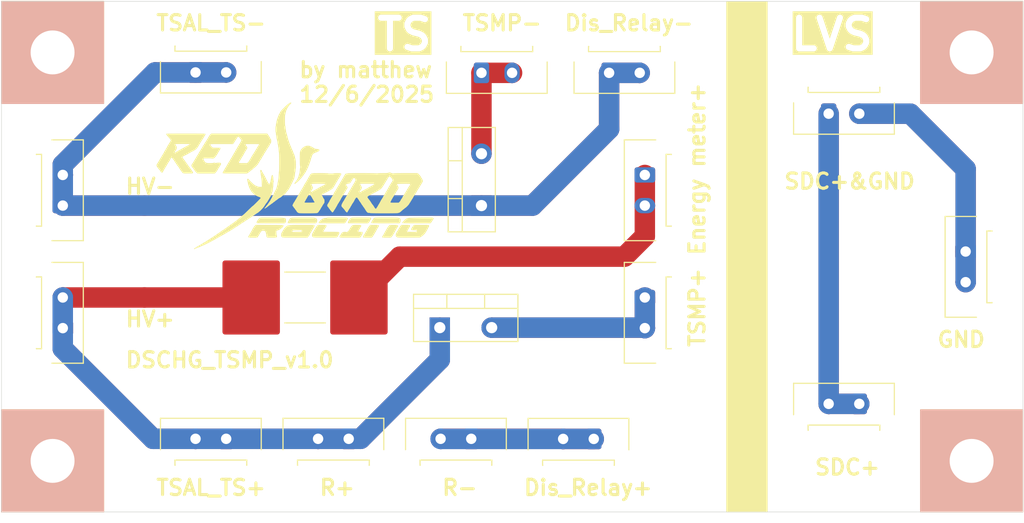
<source format=kicad_pcb>
(kicad_pcb (version 20241229) (generator "pcbnew") (generator_version "9.0")
  (layers (0 "F.Cu" signal) (2 "B.Cu" signal) (13 "F.Paste" user) (15 "B.Paste" user) (5 "F.SilkS" user "F.Silkscreen") (7 "B.SilkS" user "B.Silkscreen") (1 "F.Mask" user) (3 "B.Mask" user) (25 "Edge.Cuts" user))
  (net 0 "")
  (net 1 "Net-(J10-Pin_1)")
  (net 2 "Net-(J4-Pin_1)")
  (net 3 "Net-(J1-Pin_1)")
  (net 4 "Net-(J13-Pin_1)")
  (net 5 "Net-(J11-Pin_1)")
  (net 6 "Net-(J3-Pin_1)")
  (net 7 "Net-(J8-Pin_1)")
  (net 8 "Net-(J12-Pin_1)")
  (footprint "Package_TO_SOT_THT:TO-220-2_Vertical" (layer "F.Cu") (at 197 90 90)
    (property "Reference" "R1" (hide yes))
    (property "Value" "R")
    (pad "1" thru_hole rect (at 0 0 90) (size 2 2) (drill 1.1) (layers "*.Cu" "*.Mask") (net 4 "Net-(J13-Pin_1)"))
    (pad "2" thru_hole circle (at 5.08 0 90) (size 2 2) (drill 1.1) (layers "*.Cu" "*.Mask") (net 3 "Net-(J1-Pin_1)"))
  )
  (footprint "Fuse:Fuse_Littelfuse-NANO2-885" (layer "F.Cu") (at 179.725 99)
    (property "Reference" "F1" (hide yes))
    (property "Value" "Fuse")
    (pad "1" smd roundrect (at -5.275 0) (size 5.625 7.255) (layers "F.Cu" "F.Mask" "F.Paste") (roundrect_rratio 0.04464285714) (net 1 "Net-(J10-Pin_1)"))
    (pad "2" smd roundrect (at 5.275 0) (size 5.625 7.255) (layers "F.Cu" "F.Mask" "F.Paste") (roundrect_rratio 0.04464285714) (net 2 "Net-(J4-Pin_1)"))
  )
  (footprint "Connector_Molex:Molex_Micro-Fit_3.0_43650-0215_1x02_P3.00mm_Vertical" (layer "F.Cu") (at 172 112.84 180)
    (property "Reference" "J14" (hide yes))
    (property "Value" "TSAL_TS+")
    (pad "" np_thru_hole circle (at -3 -1.96 180) (size 1.27 1.27) (drill 1.27) (layers "*.Cu" "*.Mask"))
    (pad "" np_thru_hole circle (at 6 -1.96 180) (size 1.27 1.27) (drill 1.27) (layers "*.Cu" "*.Mask"))
    (pad "1" thru_hole roundrect (at 0 0 180) (size 1.5 2.02) (drill 1.02) (layers "*.Cu" "*.Mask") (roundrect_rratio 0.166667) (net 1 "Net-(J10-Pin_1)"))
    (pad "2" thru_hole oval (at 3 0 180) (size 1.5 2.02) (drill 1.02) (layers "*.Cu" "*.Mask") (net 1 "Net-(J10-Pin_1)"))
  )
  (footprint "Connector_Molex:Molex_Micro-Fit_3.0_43650-0215_1x02_P3.00mm_Vertical" (layer "F.Cu") (at 244.415 94.5 -90)
    (property "Reference" "J12" (hide yes))
    (property "Value" "Relay_GND")
    (pad "" np_thru_hole circle (at -3 -1.96 270) (size 1.27 1.27) (drill 1.27) (layers "*.Cu" "*.Mask"))
    (pad "" np_thru_hole circle (at 6 -1.96 270) (size 1.27 1.27) (drill 1.27) (layers "*.Cu" "*.Mask"))
    (pad "1" thru_hole roundrect (at 0 0 270) (size 1.5 2.02) (drill 1.02) (layers "*.Cu" "*.Mask") (roundrect_rratio 0.166667) (net 8 "Net-(J12-Pin_1)"))
    (pad "2" thru_hole oval (at 3 0 270) (size 1.5 2.02) (drill 1.02) (layers "*.Cu" "*.Mask") (net 8 "Net-(J12-Pin_1)"))
  )
  (footprint "Connector_Molex:Molex_Micro-Fit_3.0_43650-0215_1x02_P3.00mm_Vertical" (layer "F.Cu") (at 213 87 -90)
    (property "Reference" "J4" (hide yes))
    (property "Value" "energy meter+")
    (pad "" np_thru_hole circle (at -3 -1.96 270) (size 1.27 1.27) (drill 1.27) (layers "*.Cu" "*.Mask"))
    (pad "" np_thru_hole circle (at 6 -1.96 270) (size 1.27 1.27) (drill 1.27) (layers "*.Cu" "*.Mask"))
    (pad "1" thru_hole roundrect (at 0 0 270) (size 1.5 2.02) (drill 1.02) (layers "*.Cu" "*.Mask") (roundrect_rratio 0.166667) (net 2 "Net-(J4-Pin_1)"))
    (pad "2" thru_hole oval (at 3 0 270) (size 1.5 2.02) (drill 1.02) (layers "*.Cu" "*.Mask") (net 2 "Net-(J4-Pin_1)"))
  )
  (footprint "MountingHole:MountingHole_4.3mm_M4" (layer "F.Cu") (at 155 115)
    (property "Reference" "H1" (hide yes))
    (property "Value" "MountingHole")
    (pad "" np_thru_hole circle (at 0 0) (size 4.3 4.3) (drill 4.3) (layers "*.Cu" "*.Mask"))
  )
  (footprint "Connector_Molex:Molex_Micro-Fit_3.0_43650-0215_1x02_P3.00mm_Vertical" (layer "F.Cu") (at 213 99 -90)
    (property "Reference" "J3" (hide yes))
    (property "Value" "TSMP+")
    (pad "" np_thru_hole circle (at -3 -1.96 270) (size 1.27 1.27) (drill 1.27) (layers "*.Cu" "*.Mask"))
    (pad "" np_thru_hole circle (at 6 -1.96 270) (size 1.27 1.27) (drill 1.27) (layers "*.Cu" "*.Mask"))
    (pad "1" thru_hole roundrect (at 0 0 270) (size 1.5 2.02) (drill 1.02) (layers "*.Cu" "*.Mask") (roundrect_rratio 0.166667) (net 6 "Net-(J3-Pin_1)"))
    (pad "2" thru_hole oval (at 3 0 270) (size 1.5 2.02) (drill 1.02) (layers "*.Cu" "*.Mask") (net 6 "Net-(J3-Pin_1)"))
  )
  (footprint "Connector_Molex:Molex_Micro-Fit_3.0_43650-0215_1x02_P3.00mm_Vertical" (layer "F.Cu") (at 234 109.415 180)
    (property "Reference" "J8" (hide yes))
    (property "Value" "SDC+")
    (pad "" np_thru_hole circle (at -3 -1.96 180) (size 1.27 1.27) (drill 1.27) (layers "*.Cu" "*.Mask"))
    (pad "" np_thru_hole circle (at 6 -1.96 180) (size 1.27 1.27) (drill 1.27) (layers "*.Cu" "*.Mask"))
    (pad "1" thru_hole roundrect (at 0 0 180) (size 1.5 2.02) (drill 1.02) (layers "*.Cu" "*.Mask") (roundrect_rratio 0.166667) (net 7 "Net-(J8-Pin_1)"))
    (pad "2" thru_hole oval (at 3 0 180) (size 1.5 2.02) (drill 1.02) (layers "*.Cu" "*.Mask") (net 7 "Net-(J8-Pin_1)"))
  )
  (footprint "Material:29x15" (layer "F.Cu") (at 179 87)
    (property "Reference" "G***" (hide yes))
    (property "Value" "LOGO" (hide yes))
  )
  (footprint "Connector_Molex:Molex_Micro-Fit_3.0_43650-0215_1x02_P3.00mm_Vertical" (layer "F.Cu") (at 156 102 90)
    (property "Reference" "J7" (hide yes))
    (property "Value" "HV+")
    (pad "" np_thru_hole circle (at -3 -1.96 90) (size 1.27 1.27) (drill 1.27) (layers "*.Cu" "*.Mask"))
    (pad "" np_thru_hole circle (at 6 -1.96 90) (size 1.27 1.27) (drill 1.27) (layers "*.Cu" "*.Mask"))
    (pad "1" thru_hole roundrect (at 0 0 90) (size 1.5 2.02) (drill 1.02) (layers "*.Cu" "*.Mask") (roundrect_rratio 0.166667) (net 1 "Net-(J10-Pin_1)"))
    (pad "2" thru_hole oval (at 3 0 90) (size 1.5 2.02) (drill 1.02) (layers "*.Cu" "*.Mask") (net 1 "Net-(J10-Pin_1)"))
  )
  (footprint "Connector_Molex:Molex_Micro-Fit_3.0_43650-0215_1x02_P3.00mm_Vertical" (layer "F.Cu") (at 156 90 90)
    (property "Reference" "J6" (hide yes))
    (property "Value" "HV-")
    (pad "" np_thru_hole circle (at -3 -1.96 90) (size 1.27 1.27) (drill 1.27) (layers "*.Cu" "*.Mask"))
    (pad "" np_thru_hole circle (at 6 -1.96 90) (size 1.27 1.27) (drill 1.27) (layers "*.Cu" "*.Mask"))
    (pad "1" thru_hole roundrect (at 0 0 90) (size 1.5 2.02) (drill 1.02) (layers "*.Cu" "*.Mask") (roundrect_rratio 0.166667) (net 4 "Net-(J13-Pin_1)"))
    (pad "2" thru_hole oval (at 3 0 90) (size 1.5 2.02) (drill 1.02) (layers "*.Cu" "*.Mask") (net 4 "Net-(J13-Pin_1)"))
  )
  (footprint "Connector_Molex:Molex_Micro-Fit_3.0_43650-0215_1x02_P3.00mm_Vertical" (layer "F.Cu") (at 197 77)
    (property "Reference" "J1" (hide yes))
    (property "Value" "TSMP-")
    (pad "" np_thru_hole circle (at -3 -1.96) (size 1.27 1.27) (drill 1.27) (layers "*.Cu" "*.Mask"))
    (pad "" np_thru_hole circle (at 6 -1.96) (size 1.27 1.27) (drill 1.27) (layers "*.Cu" "*.Mask"))
    (pad "1" thru_hole roundrect (at 0 0) (size 1.5 2.02) (drill 1.02) (layers "*.Cu" "*.Mask") (roundrect_rratio 0.166667) (net 3 "Net-(J1-Pin_1)"))
    (pad "2" thru_hole oval (at 3 0) (size 1.5 2.02) (drill 1.02) (layers "*.Cu" "*.Mask") (net 3 "Net-(J1-Pin_1)"))
  )
  (footprint "Connector_Molex:Molex_Micro-Fit_3.0_43650-0215_1x02_P3.00mm_Vertical" (layer "F.Cu") (at 169 76.96)
    (property "Reference" "J13" (hide yes))
    (property "Value" "TSAL_TS-")
    (pad "" np_thru_hole circle (at -3 -1.96) (size 1.27 1.27) (drill 1.27) (layers "*.Cu" "*.Mask"))
    (pad "" np_thru_hole circle (at 6 -1.96) (size 1.27 1.27) (drill 1.27) (layers "*.Cu" "*.Mask"))
    (pad "1" thru_hole roundrect (at 0 0) (size 1.5 2.02) (drill 1.02) (layers "*.Cu" "*.Mask") (roundrect_rratio 0.166667) (net 4 "Net-(J13-Pin_1)"))
    (pad "2" thru_hole oval (at 3 0) (size 1.5 2.02) (drill 1.02) (layers "*.Cu" "*.Mask") (net 4 "Net-(J13-Pin_1)"))
  )
  (footprint "MountingHole:MountingHole_4.3mm_M4" (layer "F.Cu") (at 245 75)
    (property "Reference" "H3" (hide yes))
    (property "Value" "MountingHole")
    (pad "" np_thru_hole circle (at 0 0) (size 4.3 4.3) (drill 4.3) (layers "*.Cu" "*.Mask"))
  )
  (footprint "Connector_Molex:Molex_Micro-Fit_3.0_43650-0215_1x02_P3.00mm_Vertical" (layer "F.Cu") (at 196 112.84 180)
    (property "Reference" "J11" (hide yes))
    (property "Value" "R-")
    (pad "" np_thru_hole circle (at -3 -1.96 180) (size 1.27 1.27) (drill 1.27) (layers "*.Cu" "*.Mask"))
    (pad "" np_thru_hole circle (at 6 -1.96 180) (size 1.27 1.27) (drill 1.27) (layers "*.Cu" "*.Mask"))
    (pad "1" thru_hole roundrect (at 0 0 180) (size 1.5 2.02) (drill 1.02) (layers "*.Cu" "*.Mask") (roundrect_rratio 0.166667) (net 5 "Net-(J11-Pin_1)"))
    (pad "2" thru_hole oval (at 3 0 180) (size 1.5 2.02) (drill 1.02) (layers "*.Cu" "*.Mask") (net 5 "Net-(J11-Pin_1)"))
  )
  (footprint "Connector_Molex:Molex_Micro-Fit_3.0_43650-0215_1x02_P3.00mm_Vertical" (layer "F.Cu") (at 184 112.84 180)
    (property "Reference" "J10" (hide yes))
    (property "Value" "R+")
    (pad "" np_thru_hole circle (at -3 -1.96 180) (size 1.27 1.27) (drill 1.27) (layers "*.Cu" "*.Mask"))
    (pad "" np_thru_hole circle (at 6 -1.96 180) (size 1.27 1.27) (drill 1.27) (layers "*.Cu" "*.Mask"))
    (pad "1" thru_hole roundrect (at 0 0 180) (size 1.5 2.02) (drill 1.02) (layers "*.Cu" "*.Mask") (roundrect_rratio 0.166667) (net 1 "Net-(J10-Pin_1)"))
    (pad "2" thru_hole oval (at 3 0 180) (size 1.5 2.02) (drill 1.02) (layers "*.Cu" "*.Mask") (net 1 "Net-(J10-Pin_1)"))
  )
  (footprint "Connector_Molex:Molex_Micro-Fit_3.0_43650-0215_1x02_P3.00mm_Vertical" (layer "F.Cu") (at 209.5 77)
    (property "Reference" "J2" (hide yes))
    (property "Value" "Dis_Relay-")
    (pad "" np_thru_hole circle (at -3 -1.96) (size 1.27 1.27) (drill 1.27) (layers "*.Cu" "*.Mask"))
    (pad "" np_thru_hole circle (at 6 -1.96) (size 1.27 1.27) (drill 1.27) (layers "*.Cu" "*.Mask"))
    (pad "1" thru_hole roundrect (at 0 0) (size 1.5 2.02) (drill 1.02) (layers "*.Cu" "*.Mask") (roundrect_rratio 0.166667) (net 4 "Net-(J13-Pin_1)"))
    (pad "2" thru_hole oval (at 3 0) (size 1.5 2.02) (drill 1.02) (layers "*.Cu" "*.Mask") (net 4 "Net-(J13-Pin_1)"))
  )
  (footprint "MountingHole:MountingHole_4.3mm_M4" (layer "F.Cu") (at 245 115)
    (property "Reference" "H4" (hide yes))
    (property "Value" "MountingHole")
    (pad "" np_thru_hole circle (at 0 0) (size 4.3 4.3) (drill 4.3) (layers "*.Cu" "*.Mask"))
  )
  (footprint "Connector_Molex:Molex_Micro-Fit_3.0_43650-0215_1x02_P3.00mm_Vertical" (layer "F.Cu") (at 231 81)
    (property "Reference" "J9" (hide yes))
    (property "Value" "SDC+&Relay_GND")
    (pad "" np_thru_hole circle (at -3 -1.96) (size 1.27 1.27) (drill 1.27) (layers "*.Cu" "*.Mask"))
    (pad "" np_thru_hole circle (at 6 -1.96) (size 1.27 1.27) (drill 1.27) (layers "*.Cu" "*.Mask"))
    (pad "1" thru_hole roundrect (at 0 0) (size 1.5 2.02) (drill 1.02) (layers "*.Cu" "*.Mask") (roundrect_rratio 0.166667) (net 7 "Net-(J8-Pin_1)"))
    (pad "2" thru_hole oval (at 3 0) (size 1.5 2.02) (drill 1.02) (layers "*.Cu" "*.Mask") (net 8 "Net-(J12-Pin_1)"))
  )
  (footprint "MountingHole:MountingHole_4.3mm_M4" (layer "F.Cu") (at 155 75)
    (property "Reference" "H2" (hide yes))
    (property "Value" "MountingHole")
    (pad "" np_thru_hole circle (at 0 0) (size 4.3 4.3) (drill 4.3) (layers "*.Cu" "*.Mask"))
  )
  (footprint "Connector_Molex:Molex_Micro-Fit_3.0_43650-0215_1x02_P3.00mm_Vertical" (layer "F.Cu") (at 208 112.85 180)
    (property "Reference" "J5" (hide yes))
    (property "Value" "Dis_Relay+")
    (pad "" np_thru_hole circle (at -3 -1.96 180) (size 1.27 1.27) (drill 1.27) (layers "*.Cu" "*.Mask"))
    (pad "" np_thru_hole circle (at 6 -1.96 180) (size 1.27 1.27) (drill 1.27) (layers "*.Cu" "*.Mask"))
    (pad "1" thru_hole roundrect (at 0 0 180) (size 1.5 2.02) (drill 1.02) (layers "*.Cu" "*.Mask") (roundrect_rratio 0.166667) (net 5 "Net-(J11-Pin_1)"))
    (pad "2" thru_hole oval (at 3 0 180) (size 1.5 2.02) (drill 1.02) (layers "*.Cu" "*.Mask") (net 5 "Net-(J11-Pin_1)"))
  )
  (footprint "Package_TO_SOT_THT:TO-220-2_Vertical" (layer "F.Cu") (at 192.92 101.95)
    (property "Reference" "R2" (hide yes))
    (property "Value" "R")
    (pad "1" thru_hole rect (at 0 0) (size 2 2) (drill 1.1) (layers "*.Cu" "*.Mask") (net 1 "Net-(J10-Pin_1)"))
    (pad "2" thru_hole circle (at 5.08 0) (size 2 2) (drill 1.1) (layers "*.Cu" "*.Mask") (net 6 "Net-(J3-Pin_1)"))
  )
  (gr_rect (start 150 70) (end 160 80) (stroke (width 0.1)) (fill yes) (layer "F.SilkS"))
  (gr_rect (start 150 110) (end 160 120) (stroke (width 0.1)) (fill yes) (layer "F.SilkS"))
  (gr_rect (start 240 70) (end 250 80) (stroke (width 0.1)) (fill yes) (layer "F.SilkS"))
  (gr_rect (start 221 70) (end 225 120) (stroke (width 0.05)) (fill yes) (layer "F.SilkS"))
  (gr_rect (start 240 110) (end 250 120) (stroke (width 0.1)) (fill yes) (layer "F.SilkS"))
  (gr_rect (start 240 110) (end 250 120) (stroke (width 0.1)) (fill yes) (layer "B.SilkS"))
  (gr_rect (start 150 70) (end 160 80) (stroke (width 0.1)) (fill yes) (layer "B.SilkS"))
  (gr_rect (start 240 70) (end 250 80) (stroke (width 0.1)) (fill yes) (layer "B.SilkS"))
  (gr_rect (start 150 110) (end 160 120) (stroke (width 0.1)) (fill yes) (layer "B.SilkS"))
  (gr_rect (start 150 70) (end 250.0254 120) (stroke (width 0.05)) (fill no) (layer "Edge.Cuts"))
  (gr_text "R-" (at 193 118.5 0) (layer "F.SilkS") (effects (font (size 1.5 1.5) (thickness 0.3) (bold yes)) (justify left bottom)))
  (gr_text "Dis_Relay-" (at 205 73 0) (layer "F.SilkS") (effects (font (size 1.5 1.5) (thickness 0.3) (bold yes)) (justify left bottom)))
  (gr_text "TSAL_TS-" (at 165 73 0) (layer "F.SilkS") (effects (font (size 1.5 1.5) (thickness 0.3) (bold yes)) (justify left bottom)))
  (gr_text "HV+" (at 162 102 0) (layer "F.SilkS") (effects (font (size 1.5 1.5) (thickness 0.3) (bold yes)) (justify left bottom)))
  (gr_text "SDC+&GND" (at 226.5 88.5 0) (layer "F.SilkS") (effects (font (size 1.5 1.5) (thickness 0.3) (bold yes)) (justify left bottom)))
  (gr_text "R+" (at 181 118.5 0) (layer "F.SilkS") (effects (font (size 1.5 1.5) (thickness 0.3) (bold yes)) (justify left bottom)))
  (gr_text "HV-" (at 162 89 0) (layer "F.SilkS") (effects (font (size 1.5 1.5) (thickness 0.3) (bold yes)) (justify left bottom)))
  (gr_text "GND" (at 241.5 104 0) (layer "F.SilkS") (effects (font (size 1.5 1.5) (thickness 0.3) (bold yes)) (justify left bottom)))
  (gr_text "Energy meter+" (at 219 95 90) (layer "F.SilkS") (effects (font (size 1.5 1.5) (thickness 0.3) (bold yes)) (justify left bottom)))
  (gr_text "DSCHG_TSMP_v1.0" (at 162 106 0) (layer "F.SilkS") (effects (font (size 1.5 1.5) (thickness 0.3) (bold yes)) (justify left bottom)))
  (gr_text "LVS" (at 227 75 0) (layer "F.SilkS" knockout) (effects (font (size 3 3) (thickness 0.6) (bold yes)) (justify left bottom)))
  (gr_text "TS" (at 186.5 75 0) (layer "F.SilkS" knockout) (effects (font (size 3 3) (thickness 0.6) (bold yes)) (justify left bottom)))
  (gr_text "TSMP-" (at 195 73 0) (layer "F.SilkS") (effects (font (size 1.5 1.5) (thickness 0.3) (bold yes)) (justify left bottom)))
  (gr_text "TSMP+" (at 219 104 90) (layer "F.SilkS") (effects (font (size 1.5 1.5) (thickness 0.3) (bold yes)) (justify left bottom)))
  (gr_text "SDC+" (at 229.5 116.5 0) (layer "F.SilkS") (effects (font (size 1.5 1.5) (thickness 0.3) (bold yes)) (justify left bottom)))
  (gr_text "TSAL_TS+" (at 165 118.5 0) (layer "F.SilkS") (effects (font (size 1.5 1.5) (thickness 0.3) (bold yes)) (justify left bottom)))
  (gr_text "Dis_Relay+" (at 201 118.5 0) (layer "F.SilkS") (effects (font (size 1.5 1.5) (thickness 0.3) (bold yes)) (justify left bottom)))
  (gr_text "by matthew\n12/6/2025" (at 179 80 0) (layer "F.SilkS") (effects (font (size 1.5 1.5) (thickness 0.3) (bold yes)) (justify left bottom)))
  (segment (start 156 104) (end 156 102) (width 2) (layer "F.Cu") (net 1))
  (segment (start 156 102) (end 156 99) (width 2) (layer "F.Cu") (net 1))
  (segment (start 164.84 112.84) (end 156 104) (width 2) (layer "F.Cu") (net 1))
  (segment (start 156 99) (end 164 99) (width 2) (layer "F.Cu") (net 1))
  (segment (start 169 112.84) (end 164.84 112.84) (width 2) (layer "F.Cu") (net 1))
  (segment (start 181 112.84) (end 172 112.84) (width 2) (layer "F.Cu") (net 1))
  (segment (start 184 112.84) (end 185.16 112.84) (width 2) (layer "F.Cu") (net 1))
  (segment (start 164.05 98.95) (end 164 99) (width 1.2) (layer "F.Cu") (net 1))
  (segment (start 192.92 105.08) (end 192.92 101.95) (width 2) (layer "F.Cu") (net 1))
  (segment (start 184 112.84) (end 181 112.84) (width 2) (layer "F.Cu") (net 1))
  (segment (start 185.16 112.84) (end 192.92 105.08) (width 2) (layer "F.Cu") (net 1))
  (segment (start 169 112.84) (end 172 112.84) (width 2) (layer "F.Cu") (net 1))
  (segment (start 174.45 99) (end 164 99) (width 2) (layer "F.Cu") (net 1))
  (segment (start 192.92 105.08) (end 185.16 112.84) (width 2) (layer "B.Cu") (net 1))
  (segment (start 164.84 112.84) (end 156 104) (width 2) (layer "B.Cu") (net 1))
  (segment (start 185.16 112.84) (end 184 112.84) (width 2) (layer "B.Cu") (net 1))
  (segment (start 184 112.84) (end 164.84 112.84) (width 2) (layer "B.Cu") (net 1))
  (segment (start 156 99) (end 156 102) (width 2) (layer "B.Cu") (net 1))
  (segment (start 192.92 101.95) (end 192.92 105.08) (width 2) (layer "B.Cu") (net 1))
  (segment (start 156 104) (end 156 99) (width 2) (layer "B.Cu") (net 1))
  (segment (start 189 95) (end 185 99) (width 2) (layer "F.Cu") (net 2))
  (segment (start 213 87) (end 213 90) (width 2) (layer "F.Cu") (net 2))
  (segment (start 213 90) (end 213 93) (width 2) (layer "F.Cu") (net 2))
  (segment (start 213 93) (end 211 95) (width 2) (layer "F.Cu") (net 2))
  (segment (start 211 95) (end 189 95) (width 2) (layer "F.Cu") (net 2))
  (segment (start 197 77) (end 200 77) (width 2) (layer "F.Cu") (net 3))
  (segment (start 197 84.92) (end 197 77) (width 2) (layer "F.Cu") (net 3))
  (segment (start 156 90) (end 156 87) (width 2) (layer "F.Cu") (net 4))
  (segment (start 212.5 77) (end 209.5 77) (width 2) (layer "F.Cu") (net 4))
  (segment (start 202 90) (end 209.5 82.5) (width 2) (layer "F.Cu") (net 4))
  (segment (start 209.5 82.5) (end 209.5 77) (width 2) (layer "F.Cu") (net 4))
  (segment (start 197 90) (end 202 90) (width 2) (layer "F.Cu") (net 4))
  (segment (start 172 76.96) (end 169 76.96) (width 2) (layer "F.Cu") (net 4))
  (segment (start 197 90) (end 164 90) (width 2) (layer "F.Cu") (net 4))
  (segment (start 164 90) (end 156 90) (width 2) (layer "F.Cu") (net 4))
  (segment (start 165.04 76.96) (end 156 86) (width 2) (layer "F.Cu") (net 4))
  (segment (start 169 76.96) (end 165.04 76.96) (width 2) (layer "F.Cu") (net 4))
  (segment (start 156 86) (end 156 87) (width 2) (layer "F.Cu") (net 4))
  (segment (start 156 87) (end 156 86) (width 2) (layer "B.Cu") (net 4))
  (segment (start 172 76.96) (end 169 76.96) (width 2) (layer "B.Cu") (net 4))
  (segment (start 165.04 76.96) (end 169 76.96) (width 2) (layer "B.Cu") (net 4))
  (segment (start 209.5 82.5) (end 202 90) (width 2) (layer "B.Cu") (net 4))
  (segment (start 209.5 77) (end 209.5 82.5) (width 2) (layer "B.Cu") (net 4))
  (segment (start 197 90) (end 156 90) (width 2) (layer "B.Cu") (net 4))
  (segment (start 156 90) (end 156 87) (width 2) (layer "B.Cu") (net 4))
  (segment (start 202 90) (end 197 90) (width 2) (layer "B.Cu") (net 4))
  (segment (start 212.5 77) (end 209.5 77) (width 2) (layer "B.Cu") (net 4))
  (segment (start 156 86) (end 165.04 76.96) (width 2) (layer "B.Cu") (net 4))
  (segment (start 193 112.84) (end 196 112.84) (width 2) (layer "F.Cu") (net 5))
  (segment (start 204.99 112.84) (end 205 112.85) (width 2) (layer "F.Cu") (net 5))
  (segment (start 196 112.84) (end 204.99 112.84) (width 2) (layer "F.Cu") (net 5))
  (segment (start 205 112.85) (end 208 112.85) (width 2) (layer "F.Cu") (net 5))
  (segment (start 208 112.85) (end 193.01 112.85) (width 2) (layer "B.Cu") (net 5))
  (segment (start 193.01 112.85) (end 193 112.84) (width 2) (layer "B.Cu") (net 5))
  (segment (start 212.95 101.95) (end 213 102) (width 2) (layer "F.Cu") (net 6))
  (segment (start 213 99) (end 213 102) (width 2) (layer "F.Cu") (net 6))
  (segment (start 198 101.95) (end 212.95 101.95) (width 2) (layer "F.Cu") (net 6))
  (segment (start 212.95 101.95) (end 213 102) (width 2) (layer "B.Cu") (net 6))
  (segment (start 198 101.95) (end 212.95 101.95) (width 2) (layer "B.Cu") (net 6))
  (segment (start 213 99) (end 213 102) (width 2) (layer "B.Cu") (net 6))
  (segment (start 234 109.415) (end 231 109.415) (width 2) (layer "F.Cu") (net 7))
  (segment (start 231 81) (end 231 109.415) (width 2) (layer "F.Cu") (net 7))
  (segment (start 234 109.415) (end 231 109.415) (width 2) (layer "B.Cu") (net 7))
  (segment (start 231 109.415) (end 231 81) (width 2) (layer "B.Cu") (net 7))
  (segment (start 239 81) (end 234 81) (width 2) (layer "F.Cu") (net 8))
  (segment (start 244.415 94.5) (end 244.415 97.5) (width 2) (layer "F.Cu") (net 8))
  (segment (start 244.415 86.415) (end 239 81) (width 2) (layer "F.Cu") (net 8))
  (segment (start 244.415 94.5) (end 244.415 86.415) (width 2) (layer "F.Cu") (net 8))
  (segment (start 234 81) (end 239 81) (width 2) (layer "B.Cu") (net 8))
  (segment (start 244.415 86.415) (end 244.415 97.5) (width 2) (layer "B.Cu") (net 8))
  (segment (start 239 81) (end 244.415 86.415) (width 2) (layer "B.Cu") (net 8))
)
</source>
